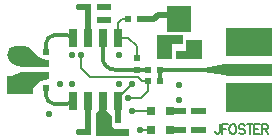
<source format=gbr>
%TF.GenerationSoftware,Altium Limited,Altium Designer,23.5.1 (21)*%
G04 Layer_Physical_Order=1*
G04 Layer_Color=2441676*
%FSLAX45Y45*%
%MOMM*%
%TF.SameCoordinates,DD9E7470-14DF-4C20-BCD2-90D554482088*%
%TF.FilePolarity,Positive*%
%TF.FileFunction,Copper,L1,Top,Signal*%
%TF.Part,Single*%
G01*
G75*
%TA.AperFunction,Conductor*%
%ADD10C,0.36875*%
%TA.AperFunction,SMDPad,CuDef*%
%ADD11R,0.60000X0.55000*%
%ADD12R,1.30000X1.60000*%
%ADD13R,2.00000X1.60000*%
%ADD14R,0.80000X0.80000*%
%ADD15R,0.55000X0.60000*%
%ADD16R,0.60000X0.60000*%
%ADD17R,0.60000X0.60000*%
G04:AMPARAMS|DCode=18|XSize=1.55mm|YSize=0.6mm|CornerRadius=0.03mm|HoleSize=0mm|Usage=FLASHONLY|Rotation=90.000|XOffset=0mm|YOffset=0mm|HoleType=Round|Shape=RoundedRectangle|*
%AMROUNDEDRECTD18*
21,1,1.55000,0.54000,0,0,90.0*
21,1,1.49000,0.60000,0,0,90.0*
1,1,0.06000,0.27000,0.74500*
1,1,0.06000,0.27000,-0.74500*
1,1,0.06000,-0.27000,-0.74500*
1,1,0.06000,-0.27000,0.74500*
%
%ADD18ROUNDEDRECTD18*%
%TA.AperFunction,ConnectorPad*%
%ADD19R,4.00000X1.50000*%
%ADD20R,4.00000X1.00000*%
%TA.AperFunction,Conductor*%
%ADD21C,0.50000*%
%ADD22C,0.20000*%
%TA.AperFunction,NonConductor*%
%ADD23C,0.15000*%
%TA.AperFunction,Conductor*%
%ADD24R,2.00000X2.32500*%
%ADD25R,1.30002X0.60000*%
%ADD26R,4.00000X2.44500*%
%TA.AperFunction,ComponentPad*%
%ADD27R,2.20000X1.50000*%
%ADD28O,2.20000X1.50000*%
%TA.AperFunction,ViaPad*%
%ADD29C,0.56000*%
G36*
X-390009Y22500D02*
X-390009Y82500D01*
X-395099Y82583D01*
X-405256Y83249D01*
X-415349Y84578D01*
X-425332Y86563D01*
X-435165Y89198D01*
X-444804Y92470D01*
X-454208Y96366D01*
X-463338Y100868D01*
X-472153Y105957D01*
X-480617Y111613D01*
X-488693Y117810D01*
X-496346Y124521D01*
X-500004Y128061D01*
X-500004Y128061D01*
X-551976Y180033D01*
X-728042D01*
X-728042Y73967D01*
X-723975Y69900D01*
X-715325Y62314D01*
X-706198Y55310D01*
X-696632Y48918D01*
X-686668Y43166D01*
X-676350Y38077D01*
X-665721Y33675D01*
X-654826Y29977D01*
X-643713Y26999D01*
X-632430Y24754D01*
X-621023Y23253D01*
X-609543Y22500D01*
X-603790D01*
X-603790Y22500D01*
X-390009D01*
D02*
G37*
G36*
X-390000Y-22500D02*
X-390000Y-82500D01*
X-395090Y-82583D01*
X-405247Y-83249D01*
X-415340Y-84578D01*
X-425323Y-86563D01*
X-435156Y-89198D01*
X-444795Y-92470D01*
X-454199Y-96366D01*
X-463329Y-100868D01*
X-472144Y-105957D01*
X-480608Y-111613D01*
X-488684Y-117810D01*
X-496337Y-124521D01*
X-499995Y-128061D01*
X-499995Y-128061D01*
X-551967Y-180033D01*
X-728033D01*
X-728033Y-73967D01*
X-723966Y-69900D01*
X-715316Y-62314D01*
X-706189Y-55310D01*
X-696622Y-48918D01*
X-686659Y-43166D01*
X-676341Y-38077D01*
X-665711Y-33675D01*
X-654817Y-29977D01*
X-643704Y-26999D01*
X-632420Y-24754D01*
X-621014Y-23253D01*
X-609534Y-22500D01*
X-603781D01*
X-603781Y-22500D01*
X-390000D01*
D02*
G37*
G36*
X93500Y-270000D02*
Y-343500D01*
X140000Y-390000D01*
Y-480000D01*
X160009Y-500010D01*
X290000Y-500000D01*
Y-560000D01*
X6497Y-560010D01*
Y-371503D01*
X33500Y-344500D01*
X33500Y-270000D01*
X93500D01*
D02*
G37*
G36*
X900000Y92500D02*
X680000D01*
Y160000D01*
X770000D01*
Y252500D01*
X900000D01*
Y92500D01*
D02*
G37*
G36*
X740000Y220000D02*
X650000D01*
Y92500D01*
X520000D01*
Y290000D01*
X740000D01*
Y220000D01*
D02*
G37*
G36*
X1100000Y-50000D02*
X1300000D01*
Y50000D01*
X1100000D01*
X925000Y17187D01*
Y-17188D01*
X1100000Y-50000D01*
D02*
G37*
D10*
X-238775Y-290000D02*
G03*
X-190491Y-270000I0J68284D01*
G01*
X-417491Y-220649D02*
G03*
X-348140Y-290000I69351J0D01*
G01*
X-348149Y290000D02*
G03*
X-417500Y220649I0J-69351D01*
G01*
X-190500Y270000D02*
G03*
X-238784Y290000I-48284J-48284D01*
G01*
X63500Y100000D02*
G03*
X163500Y0I100000J0D01*
G01*
X-348140Y-290000D02*
X-238775D01*
X-417491Y-220649D02*
Y-152499D01*
X-417500Y152500D02*
Y220649D01*
X-348149Y290000D02*
X-238784D01*
X550000Y0D02*
X1300000D01*
X550000Y-100000D02*
Y0D01*
X163500D02*
X350000D01*
X63500Y100000D02*
Y270000D01*
X350000Y0D02*
X450000D01*
D11*
X376573Y423716D02*
D03*
X276573D02*
D03*
X740001Y-510000D02*
D03*
X840000D02*
D03*
X740001Y-350000D02*
D03*
X840000D02*
D03*
X450000Y-100000D02*
D03*
X550000D02*
D03*
Y0D02*
D03*
X450000D02*
D03*
D12*
X835000Y172500D02*
D03*
X585000D02*
D03*
D13*
X710000Y462500D02*
D03*
D14*
X470000Y-510000D02*
D03*
X630001D02*
D03*
Y-350000D02*
D03*
X470000D02*
D03*
D15*
X-417500Y-152500D02*
D03*
Y-52500D02*
D03*
Y152500D02*
D03*
Y52500D02*
D03*
X350000Y0D02*
D03*
Y100000D02*
D03*
D16*
X36509Y530009D02*
D03*
X-63497D02*
D03*
X36509Y420009D02*
D03*
X-63497D02*
D03*
X-63510Y-530009D02*
D03*
X36497D02*
D03*
X-63510Y-420009D02*
D03*
X36497D02*
D03*
D17*
X190009Y-530010D02*
D03*
Y-430003D02*
D03*
D18*
X-190500Y-270000D02*
D03*
X-63500D02*
D03*
X63500D02*
D03*
X190500D02*
D03*
Y270000D02*
D03*
X63500D02*
D03*
X-63500D02*
D03*
X-190500D02*
D03*
D19*
X1300000Y-279500D02*
D03*
Y279500D02*
D03*
D20*
Y0D02*
D03*
D21*
X376573Y423716D02*
X493717D01*
X532500Y462500D01*
X710000D01*
X-63510Y270000D02*
Y530009D01*
X630001Y-510000D02*
X740001D01*
X630001Y-350000D02*
X740001D01*
X190009Y-270491D02*
X190500Y-270000D01*
X190009Y-430003D02*
Y-270491D01*
X-63510Y-420009D02*
Y-270000D01*
Y-530009D02*
Y-420009D01*
D22*
X223717Y423716D02*
X276573D01*
X190500Y390500D02*
X223717Y423716D01*
X190500Y270000D02*
Y390500D01*
X-48209Y-61790D02*
X359587D01*
X-120000Y10000D02*
Y120000D01*
Y10000D02*
X-48209Y-61790D01*
X359587D02*
X397797Y-100000D01*
X450000D01*
X280000Y-240000D02*
X390000D01*
X450000Y-180000D01*
Y-100000D01*
X190500Y-239500D02*
X310000Y-120000D01*
X190500Y-270000D02*
Y-239500D01*
X310000Y-350000D02*
X310000Y-350000D01*
X470000D01*
X380000Y-510000D02*
X470000D01*
X190500Y270000D02*
X280000D01*
X350000Y100000D02*
Y200000D01*
X280000Y270000D02*
X350000Y200000D01*
D23*
X1054516Y-465017D02*
Y-525957D01*
X1050707Y-537383D01*
X1046898Y-541191D01*
X1039281Y-545000D01*
X1031664D01*
X1024046Y-541191D01*
X1020237Y-537383D01*
X1016429Y-525957D01*
Y-518339D01*
X1075083Y-465017D02*
Y-545000D01*
Y-465017D02*
X1124596D01*
X1075083Y-503104D02*
X1105553D01*
X1156590Y-465017D02*
X1148972Y-468826D01*
X1141355Y-476443D01*
X1137546Y-484061D01*
X1133737Y-495487D01*
Y-514531D01*
X1137546Y-525957D01*
X1141355Y-533574D01*
X1148972Y-541191D01*
X1156590Y-545000D01*
X1171824D01*
X1179442Y-541191D01*
X1187059Y-533574D01*
X1190868Y-525957D01*
X1194677Y-514531D01*
Y-495487D01*
X1190868Y-484061D01*
X1187059Y-476443D01*
X1179442Y-468826D01*
X1171824Y-465017D01*
X1156590D01*
X1266661Y-476443D02*
X1259044Y-468826D01*
X1247618Y-465017D01*
X1232383D01*
X1220957Y-468826D01*
X1213339Y-476443D01*
Y-484061D01*
X1217148Y-491678D01*
X1220957Y-495487D01*
X1228574Y-499296D01*
X1251426Y-506913D01*
X1259044Y-510722D01*
X1262852Y-514531D01*
X1266661Y-522148D01*
Y-533574D01*
X1259044Y-541191D01*
X1247618Y-545000D01*
X1232383D01*
X1220957Y-541191D01*
X1213339Y-533574D01*
X1311223Y-465017D02*
Y-545000D01*
X1284562Y-465017D02*
X1337884D01*
X1396919D02*
X1347406D01*
Y-545000D01*
X1396919D01*
X1347406Y-503104D02*
X1377875D01*
X1410249Y-465017D02*
Y-545000D01*
Y-465017D02*
X1444528D01*
X1455954Y-468826D01*
X1459763Y-472635D01*
X1463571Y-480252D01*
Y-487869D01*
X1459763Y-495487D01*
X1455954Y-499296D01*
X1444528Y-503104D01*
X1410249D01*
X1436911D02*
X1463571Y-545000D01*
D24*
X710000Y426250D02*
D03*
D25*
X-98489Y530000D02*
D03*
X874992Y-509991D02*
D03*
Y-349991D02*
D03*
X-98501Y-530001D02*
D03*
X71501Y530000D02*
D03*
Y420000D02*
D03*
D26*
X1300000Y-232250D02*
D03*
Y232250D02*
D03*
D27*
X-640000Y-127000D02*
D03*
D28*
Y127000D02*
D03*
D29*
X-120000Y120000D02*
D03*
X710000Y340000D02*
D03*
X-133488Y530019D02*
D03*
X1200000Y-150000D02*
D03*
X1300000D02*
D03*
X1400000D02*
D03*
Y150000D02*
D03*
X1300000D02*
D03*
X1200000D02*
D03*
X709999Y-254000D02*
D03*
X710000Y-127000D02*
D03*
X710000Y254000D02*
D03*
X710000Y127000D02*
D03*
X310000Y-350000D02*
D03*
X380000Y-510000D02*
D03*
X280000Y-240000D02*
D03*
X310000Y-120000D02*
D03*
X-390009Y-379990D02*
D03*
X200000Y-120000D02*
D03*
X909991Y-349990D02*
D03*
Y-509991D02*
D03*
X106500Y530019D02*
D03*
Y420019D02*
D03*
X106488Y-420000D02*
D03*
X-133500Y-530000D02*
D03*
X-299991Y-119990D02*
D03*
X-200000Y-120000D02*
D03*
X-200019Y119988D02*
D03*
X199981D02*
D03*
X260000Y-530000D02*
D03*
X106488Y-530000D02*
D03*
%TF.MD5,ef16cb98f04ee4ed7706cc61690136d9*%
M02*

</source>
